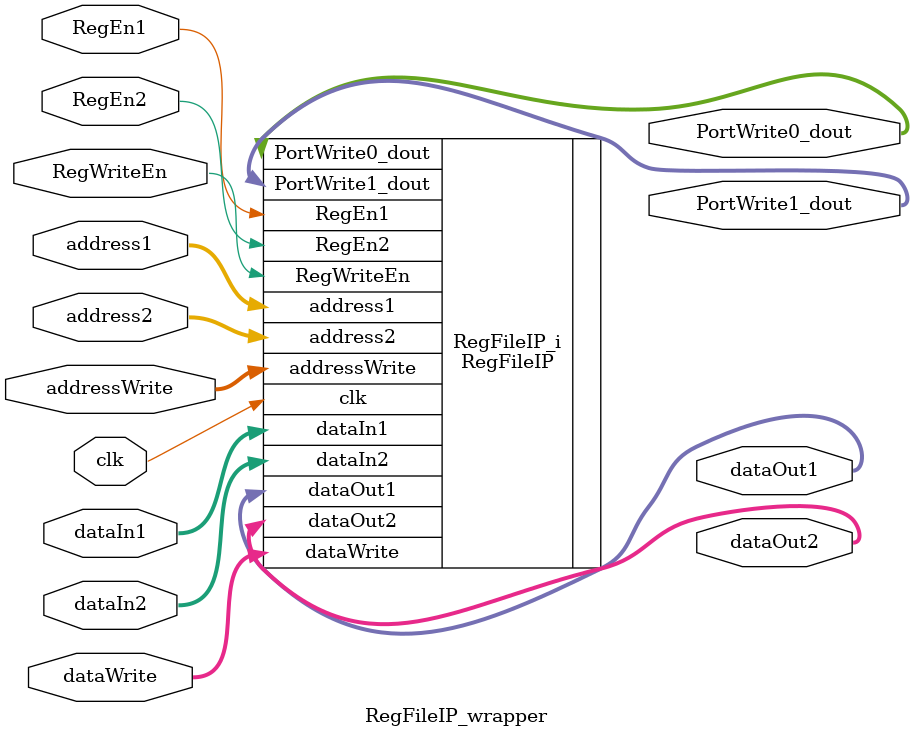
<source format=v>
`timescale 1 ps / 1 ps

module RegFileIP_wrapper
   (PortWrite0_dout,
    PortWrite1_dout,
    RegEn1,
    RegEn2,
    RegWriteEn,
    address1,
    address2,
    addressWrite,
    clk,
    dataIn1,
    dataIn2,
    dataOut1,
    dataOut2,
    dataWrite);
  output [31:0]PortWrite0_dout;
  output [31:0]PortWrite1_dout;
  input RegEn1;
  input RegEn2;
  input RegWriteEn;
  input [4:0]address1;
  input [4:0]address2;
  input [4:0]addressWrite;
  input clk;
  input [31:0]dataIn1;
  input [31:0]dataIn2;
  output [31:0]dataOut1;
  output [31:0]dataOut2;
  input [31:0]dataWrite;

  wire [31:0]PortWrite0_dout;
  wire [31:0]PortWrite1_dout;
  wire RegEn1;
  wire RegEn2;
  wire RegWriteEn;
  wire [4:0]address1;
  wire [4:0]address2;
  wire [4:0]addressWrite;
  wire clk;
  wire [31:0]dataIn1;
  wire [31:0]dataIn2;
  wire [31:0]dataOut1;
  wire [31:0]dataOut2;
  wire [31:0]dataWrite;

  RegFileIP RegFileIP_i
       (.PortWrite0_dout(PortWrite0_dout),
        .PortWrite1_dout(PortWrite1_dout),
        .RegEn1(RegEn1),
        .RegEn2(RegEn2),
        .RegWriteEn(RegWriteEn),
        .address1(address1),
        .address2(address2),
        .addressWrite(addressWrite),
        .clk(clk),
        .dataIn1(dataIn1),
        .dataIn2(dataIn2),
        .dataOut1(dataOut1),
        .dataOut2(dataOut2),
        .dataWrite(dataWrite));
endmodule

</source>
